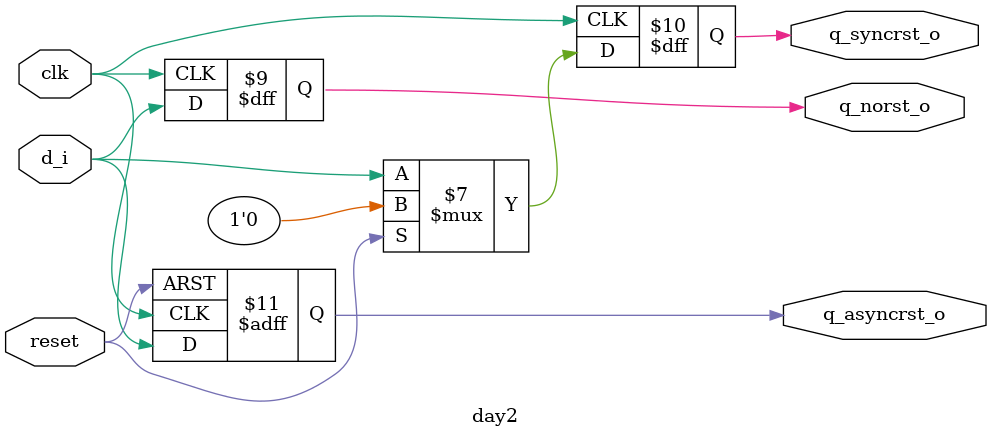
<source format=sv>


module day2 (
	input     logic      clk,
	input     logic      reset,

	input     logic      d_i,         //-> D input to the flop

	output    logic      q_norst_o,   //-> Q output from non-resettable flop
	output    logic      q_syncrst_o, //-> Q output from flop using synchronous reset
	output    logic      q_asyncrst_o //-> Q output from flop using asynchrnoous reset
);

	// Write your logic here...
	// Async reset
	always_ff @ ( posedge reset , posedge clk)
		if ( reset == 1'b1 )
			q_asyncrst_o <= 0 ;
		else
			q_asyncrst_o <= d_i ;
	
	// Sync reset
	always_ff @ ( posedge clk )
		if ( reset == 1'b1 )
			q_syncrst_o <= 0 ;
		else
			q_syncrst_o <= d_i ;
	
	// Non-reset
	always_ff @ ( posedge clk )
		q_norst_o <= d_i;


endmodule
</source>
